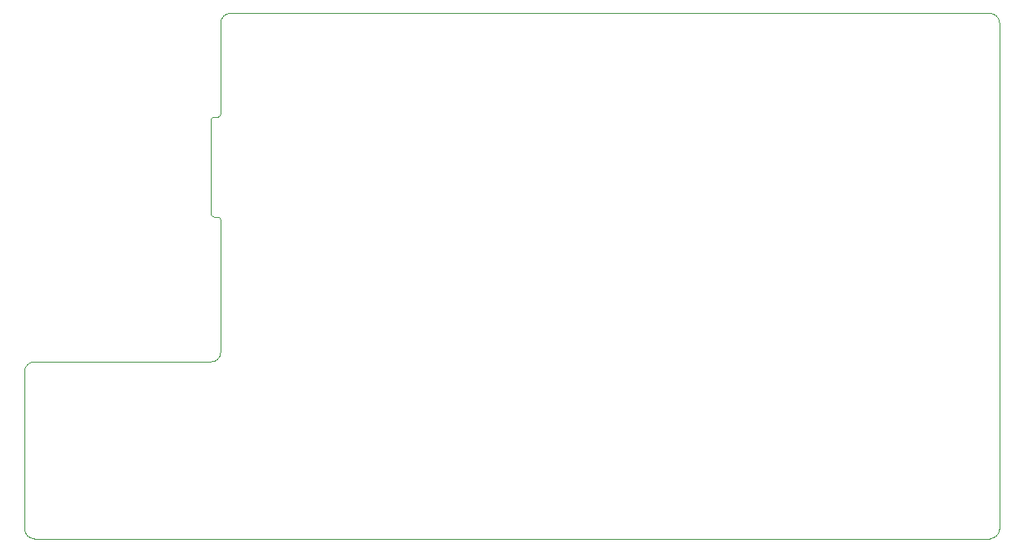
<source format=gm1>
G04 #@! TF.GenerationSoftware,KiCad,Pcbnew,(5.1.4)-1*
G04 #@! TF.CreationDate,2020-09-16T16:25:40+03:00*
G04 #@! TF.ProjectId,MacroBoardPcb,4d616372-6f42-46f6-9172-645063622e6b,rev?*
G04 #@! TF.SameCoordinates,Original*
G04 #@! TF.FileFunction,Profile,NP*
%FSLAX46Y46*%
G04 Gerber Fmt 4.6, Leading zero omitted, Abs format (unit mm)*
G04 Created by KiCad (PCBNEW (5.1.4)-1) date 2020-09-16 16:25:40*
%MOMM*%
%LPD*%
G04 APERTURE LIST*
%ADD10C,0.050000*%
G04 APERTURE END LIST*
D10*
X113100000Y-77300000D02*
X113100000Y-87100000D01*
X113800000Y-77000000D02*
X113400000Y-77000000D01*
X114100000Y-67200000D02*
X114100000Y-76700000D01*
X114100000Y-87700000D02*
X114100000Y-101500000D01*
X113400000Y-87400000D02*
X113800000Y-87400000D01*
X114100000Y-76700000D02*
G75*
G02X113800000Y-77000000I-300000J0D01*
G01*
X113100000Y-77300000D02*
G75*
G02X113400000Y-77000000I300000J0D01*
G01*
X113400000Y-87400000D02*
G75*
G02X113100000Y-87100000I0J300000D01*
G01*
X113800000Y-87400000D02*
G75*
G02X114100000Y-87700000I0J-300000D01*
G01*
X94700000Y-102500000D02*
X113100000Y-102500000D01*
X93700000Y-119900000D02*
X93700000Y-103500000D01*
X194100000Y-120900000D02*
X94700000Y-120900000D01*
X195100000Y-67200000D02*
X195100000Y-119900000D01*
X115100000Y-66200000D02*
X194100000Y-66200000D01*
X114100000Y-67200000D02*
G75*
G02X115100000Y-66200000I1000000J0D01*
G01*
X114100000Y-101500000D02*
G75*
G02X113100000Y-102500000I-1000000J0D01*
G01*
X93700000Y-103500000D02*
G75*
G02X94700000Y-102500000I1000000J0D01*
G01*
X94700000Y-120900000D02*
G75*
G02X93700000Y-119900000I0J1000000D01*
G01*
X195100000Y-119900000D02*
G75*
G02X194100000Y-120900000I-1000000J0D01*
G01*
X194100000Y-66200000D02*
G75*
G02X195100000Y-67200000I0J-1000000D01*
G01*
M02*

</source>
